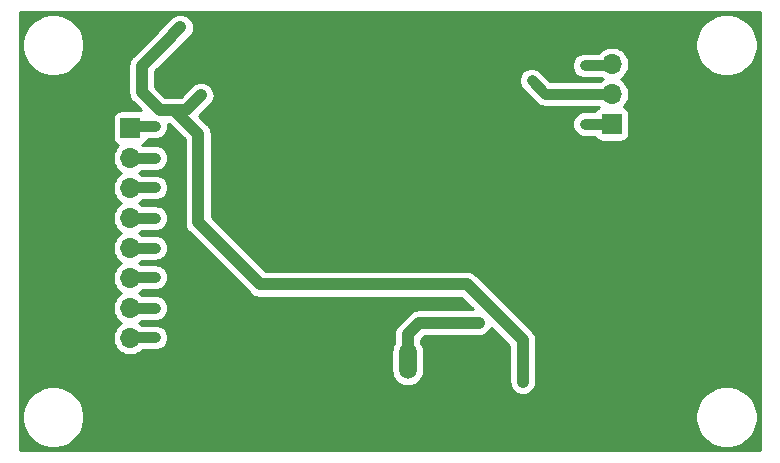
<source format=gbl>
G04 #@! TF.GenerationSoftware,KiCad,Pcbnew,(5.1.7-0-10_14)*
G04 #@! TF.CreationDate,2021-04-09T21:32:17+02:00*
G04 #@! TF.ProjectId,LEDbarPCB,4c454462-6172-4504-9342-2e6b69636164,rev?*
G04 #@! TF.SameCoordinates,Original*
G04 #@! TF.FileFunction,Copper,L2,Bot*
G04 #@! TF.FilePolarity,Positive*
%FSLAX46Y46*%
G04 Gerber Fmt 4.6, Leading zero omitted, Abs format (unit mm)*
G04 Created by KiCad (PCBNEW (5.1.7-0-10_14)) date 2021-04-09 21:32:17*
%MOMM*%
%LPD*%
G01*
G04 APERTURE LIST*
G04 #@! TA.AperFunction,ComponentPad*
%ADD10C,0.300000*%
G04 #@! TD*
G04 #@! TA.AperFunction,ComponentPad*
%ADD11O,1.700000X1.700000*%
G04 #@! TD*
G04 #@! TA.AperFunction,ComponentPad*
%ADD12R,1.700000X1.700000*%
G04 #@! TD*
G04 #@! TA.AperFunction,ComponentPad*
%ADD13O,1.506220X3.014980*%
G04 #@! TD*
G04 #@! TA.AperFunction,ViaPad*
%ADD14C,0.800000*%
G04 #@! TD*
G04 #@! TA.AperFunction,Conductor*
%ADD15C,1.016000*%
G04 #@! TD*
G04 #@! TA.AperFunction,Conductor*
%ADD16C,0.900000*%
G04 #@! TD*
G04 #@! TA.AperFunction,Conductor*
%ADD17C,0.254000*%
G04 #@! TD*
G04 #@! TA.AperFunction,Conductor*
%ADD18C,0.100000*%
G04 #@! TD*
G04 APERTURE END LIST*
D10*
X143284500Y-46825000D03*
X145119500Y-46825000D03*
X142367000Y-47742500D03*
X144202000Y-47742500D03*
X146037000Y-47742500D03*
X143284500Y-48660000D03*
X145119500Y-48660000D03*
X142367000Y-49577500D03*
X144202000Y-49577500D03*
X146037000Y-49577500D03*
X143284500Y-50495000D03*
X145119500Y-50495000D03*
D11*
X163530000Y-42310000D03*
X163530000Y-44850000D03*
X163530000Y-47390000D03*
D12*
X163530000Y-49930000D03*
D13*
X146252480Y-70000000D03*
X149747520Y-70000000D03*
D12*
X122750000Y-50260000D03*
D11*
X122750000Y-52800000D03*
X122750000Y-55340000D03*
X122750000Y-57880000D03*
X122750000Y-60420000D03*
X122750000Y-62960000D03*
X122750000Y-65500000D03*
X122750000Y-68040000D03*
D14*
X152250000Y-66750000D03*
X127000000Y-41750000D03*
X156000000Y-71750000D03*
X128750000Y-47500000D03*
X161270000Y-49930000D03*
X161230000Y-44970000D03*
X156740000Y-46240000D03*
X124900000Y-50100000D03*
X124900000Y-52800000D03*
X124900000Y-55300000D03*
X124900000Y-57900000D03*
X124900000Y-60400000D03*
X124900000Y-62900000D03*
X124900000Y-65500000D03*
X124900000Y-68000000D03*
D15*
X152250000Y-66750000D02*
X147250000Y-66750000D01*
X146252480Y-67747520D02*
X146252480Y-70000000D01*
X147250000Y-66750000D02*
X146252480Y-67747520D01*
X125250000Y-48750000D02*
X123750000Y-47250000D01*
X123750000Y-47250000D02*
X123750000Y-45000000D01*
X123750000Y-45000000D02*
X125635000Y-43115000D01*
X125635000Y-43115000D02*
X127000000Y-41750000D01*
X128750000Y-47500000D02*
X127500000Y-48750000D01*
X127500000Y-48750000D02*
X125250000Y-48750000D01*
D16*
X161270000Y-49930000D02*
X163530000Y-49930000D01*
D15*
X128500000Y-50750000D02*
X126500000Y-48750000D01*
X128500000Y-58250000D02*
X128500000Y-50750000D01*
X133750000Y-63500000D02*
X128500000Y-58250000D01*
X151250000Y-63500000D02*
X133750000Y-63500000D01*
X156000000Y-68250000D02*
X151250000Y-63500000D01*
X156000000Y-71750000D02*
X156000000Y-68250000D01*
D16*
X163410000Y-44970000D02*
X163530000Y-44850000D01*
X161230000Y-44970000D02*
X163410000Y-44970000D01*
X157890000Y-47390000D02*
X156740000Y-46240000D01*
X163530000Y-47390000D02*
X157890000Y-47390000D01*
X122910000Y-50100000D02*
X122750000Y-50260000D01*
X124900000Y-50100000D02*
X122910000Y-50100000D01*
X124900000Y-52800000D02*
X122750000Y-52800000D01*
X122790000Y-55300000D02*
X122750000Y-55340000D01*
X124900000Y-55300000D02*
X122790000Y-55300000D01*
X122770000Y-57900000D02*
X122750000Y-57880000D01*
X124900000Y-57900000D02*
X122770000Y-57900000D01*
X122770000Y-60400000D02*
X122750000Y-60420000D01*
X124900000Y-60400000D02*
X122770000Y-60400000D01*
X122810000Y-62900000D02*
X122750000Y-62960000D01*
X124900000Y-62900000D02*
X122810000Y-62900000D01*
X124900000Y-65500000D02*
X122750000Y-65500000D01*
X122790000Y-68000000D02*
X122750000Y-68040000D01*
X124900000Y-68000000D02*
X122790000Y-68000000D01*
D17*
X176065001Y-77565000D02*
X113435000Y-77565000D01*
X113435000Y-74490475D01*
X113615000Y-74490475D01*
X113615000Y-75009525D01*
X113716261Y-75518601D01*
X113914893Y-75998141D01*
X114203262Y-76429715D01*
X114570285Y-76796738D01*
X115001859Y-77085107D01*
X115481399Y-77283739D01*
X115990475Y-77385000D01*
X116509525Y-77385000D01*
X117018601Y-77283739D01*
X117498141Y-77085107D01*
X117929715Y-76796738D01*
X118296738Y-76429715D01*
X118585107Y-75998141D01*
X118783739Y-75518601D01*
X118885000Y-75009525D01*
X118885000Y-74490475D01*
X170615000Y-74490475D01*
X170615000Y-75009525D01*
X170716261Y-75518601D01*
X170914893Y-75998141D01*
X171203262Y-76429715D01*
X171570285Y-76796738D01*
X172001859Y-77085107D01*
X172481399Y-77283739D01*
X172990475Y-77385000D01*
X173509525Y-77385000D01*
X174018601Y-77283739D01*
X174498141Y-77085107D01*
X174929715Y-76796738D01*
X175296738Y-76429715D01*
X175585107Y-75998141D01*
X175783739Y-75518601D01*
X175885000Y-75009525D01*
X175885000Y-74490475D01*
X175783739Y-73981399D01*
X175585107Y-73501859D01*
X175296738Y-73070285D01*
X174929715Y-72703262D01*
X174498141Y-72414893D01*
X174018601Y-72216261D01*
X173509525Y-72115000D01*
X172990475Y-72115000D01*
X172481399Y-72216261D01*
X172001859Y-72414893D01*
X171570285Y-72703262D01*
X171203262Y-73070285D01*
X170914893Y-73501859D01*
X170716261Y-73981399D01*
X170615000Y-74490475D01*
X118885000Y-74490475D01*
X118783739Y-73981399D01*
X118585107Y-73501859D01*
X118296738Y-73070285D01*
X117929715Y-72703262D01*
X117498141Y-72414893D01*
X117018601Y-72216261D01*
X116509525Y-72115000D01*
X115990475Y-72115000D01*
X115481399Y-72216261D01*
X115001859Y-72414893D01*
X114570285Y-72703262D01*
X114203262Y-73070285D01*
X113914893Y-73501859D01*
X113716261Y-73981399D01*
X113615000Y-74490475D01*
X113435000Y-74490475D01*
X113435000Y-49410000D01*
X121261928Y-49410000D01*
X121261928Y-51110000D01*
X121274188Y-51234482D01*
X121310498Y-51354180D01*
X121369463Y-51464494D01*
X121448815Y-51561185D01*
X121545506Y-51640537D01*
X121655820Y-51699502D01*
X121728380Y-51721513D01*
X121596525Y-51853368D01*
X121434010Y-52096589D01*
X121322068Y-52366842D01*
X121265000Y-52653740D01*
X121265000Y-52946260D01*
X121322068Y-53233158D01*
X121434010Y-53503411D01*
X121596525Y-53746632D01*
X121803368Y-53953475D01*
X121977760Y-54070000D01*
X121803368Y-54186525D01*
X121596525Y-54393368D01*
X121434010Y-54636589D01*
X121322068Y-54906842D01*
X121265000Y-55193740D01*
X121265000Y-55486260D01*
X121322068Y-55773158D01*
X121434010Y-56043411D01*
X121596525Y-56286632D01*
X121803368Y-56493475D01*
X121977760Y-56610000D01*
X121803368Y-56726525D01*
X121596525Y-56933368D01*
X121434010Y-57176589D01*
X121322068Y-57446842D01*
X121265000Y-57733740D01*
X121265000Y-58026260D01*
X121322068Y-58313158D01*
X121434010Y-58583411D01*
X121596525Y-58826632D01*
X121803368Y-59033475D01*
X121977760Y-59150000D01*
X121803368Y-59266525D01*
X121596525Y-59473368D01*
X121434010Y-59716589D01*
X121322068Y-59986842D01*
X121265000Y-60273740D01*
X121265000Y-60566260D01*
X121322068Y-60853158D01*
X121434010Y-61123411D01*
X121596525Y-61366632D01*
X121803368Y-61573475D01*
X121977760Y-61690000D01*
X121803368Y-61806525D01*
X121596525Y-62013368D01*
X121434010Y-62256589D01*
X121322068Y-62526842D01*
X121265000Y-62813740D01*
X121265000Y-63106260D01*
X121322068Y-63393158D01*
X121434010Y-63663411D01*
X121596525Y-63906632D01*
X121803368Y-64113475D01*
X121977760Y-64230000D01*
X121803368Y-64346525D01*
X121596525Y-64553368D01*
X121434010Y-64796589D01*
X121322068Y-65066842D01*
X121265000Y-65353740D01*
X121265000Y-65646260D01*
X121322068Y-65933158D01*
X121434010Y-66203411D01*
X121596525Y-66446632D01*
X121803368Y-66653475D01*
X121977760Y-66770000D01*
X121803368Y-66886525D01*
X121596525Y-67093368D01*
X121434010Y-67336589D01*
X121322068Y-67606842D01*
X121265000Y-67893740D01*
X121265000Y-68186260D01*
X121322068Y-68473158D01*
X121434010Y-68743411D01*
X121596525Y-68986632D01*
X121803368Y-69193475D01*
X122046589Y-69355990D01*
X122316842Y-69467932D01*
X122603740Y-69525000D01*
X122896260Y-69525000D01*
X123183158Y-69467932D01*
X123453411Y-69355990D01*
X123696632Y-69193475D01*
X123805107Y-69085000D01*
X124953294Y-69085000D01*
X125112697Y-69069300D01*
X125317220Y-69007259D01*
X125505710Y-68906509D01*
X125670922Y-68770922D01*
X125806509Y-68605710D01*
X125907259Y-68417220D01*
X125969300Y-68212697D01*
X125990249Y-68000000D01*
X125969300Y-67787303D01*
X125907259Y-67582780D01*
X125806509Y-67394290D01*
X125670922Y-67229078D01*
X125505710Y-67093491D01*
X125317220Y-66992741D01*
X125112697Y-66930700D01*
X124953294Y-66915000D01*
X123725107Y-66915000D01*
X123696632Y-66886525D01*
X123522240Y-66770000D01*
X123696632Y-66653475D01*
X123765107Y-66585000D01*
X124953294Y-66585000D01*
X125112697Y-66569300D01*
X125317220Y-66507259D01*
X125505710Y-66406509D01*
X125670922Y-66270922D01*
X125806509Y-66105710D01*
X125907259Y-65917220D01*
X125969300Y-65712697D01*
X125990249Y-65500000D01*
X125969300Y-65287303D01*
X125907259Y-65082780D01*
X125806509Y-64894290D01*
X125670922Y-64729078D01*
X125505710Y-64593491D01*
X125317220Y-64492741D01*
X125112697Y-64430700D01*
X124953294Y-64415000D01*
X123765107Y-64415000D01*
X123696632Y-64346525D01*
X123522240Y-64230000D01*
X123696632Y-64113475D01*
X123825107Y-63985000D01*
X124953294Y-63985000D01*
X125112697Y-63969300D01*
X125317220Y-63907259D01*
X125505710Y-63806509D01*
X125670922Y-63670922D01*
X125806509Y-63505710D01*
X125907259Y-63317220D01*
X125969300Y-63112697D01*
X125990249Y-62900000D01*
X125969300Y-62687303D01*
X125907259Y-62482780D01*
X125806509Y-62294290D01*
X125670922Y-62129078D01*
X125505710Y-61993491D01*
X125317220Y-61892741D01*
X125112697Y-61830700D01*
X124953294Y-61815000D01*
X123705107Y-61815000D01*
X123696632Y-61806525D01*
X123522240Y-61690000D01*
X123696632Y-61573475D01*
X123785107Y-61485000D01*
X124953294Y-61485000D01*
X125112697Y-61469300D01*
X125317220Y-61407259D01*
X125505710Y-61306509D01*
X125670922Y-61170922D01*
X125806509Y-61005710D01*
X125907259Y-60817220D01*
X125969300Y-60612697D01*
X125990249Y-60400000D01*
X125969300Y-60187303D01*
X125907259Y-59982780D01*
X125806509Y-59794290D01*
X125670922Y-59629078D01*
X125505710Y-59493491D01*
X125317220Y-59392741D01*
X125112697Y-59330700D01*
X124953294Y-59315000D01*
X123745107Y-59315000D01*
X123696632Y-59266525D01*
X123522240Y-59150000D01*
X123696632Y-59033475D01*
X123745107Y-58985000D01*
X124953294Y-58985000D01*
X125112697Y-58969300D01*
X125317220Y-58907259D01*
X125505710Y-58806509D01*
X125670922Y-58670922D01*
X125806509Y-58505710D01*
X125907259Y-58317220D01*
X125969300Y-58112697D01*
X125990249Y-57900000D01*
X125969300Y-57687303D01*
X125907259Y-57482780D01*
X125806509Y-57294290D01*
X125670922Y-57129078D01*
X125505710Y-56993491D01*
X125317220Y-56892741D01*
X125112697Y-56830700D01*
X124953294Y-56815000D01*
X123785107Y-56815000D01*
X123696632Y-56726525D01*
X123522240Y-56610000D01*
X123696632Y-56493475D01*
X123805107Y-56385000D01*
X124953294Y-56385000D01*
X125112697Y-56369300D01*
X125317220Y-56307259D01*
X125505710Y-56206509D01*
X125670922Y-56070922D01*
X125806509Y-55905710D01*
X125907259Y-55717220D01*
X125969300Y-55512697D01*
X125990249Y-55300000D01*
X125969300Y-55087303D01*
X125907259Y-54882780D01*
X125806509Y-54694290D01*
X125670922Y-54529078D01*
X125505710Y-54393491D01*
X125317220Y-54292741D01*
X125112697Y-54230700D01*
X124953294Y-54215000D01*
X123725107Y-54215000D01*
X123696632Y-54186525D01*
X123522240Y-54070000D01*
X123696632Y-53953475D01*
X123765107Y-53885000D01*
X124953294Y-53885000D01*
X125112697Y-53869300D01*
X125317220Y-53807259D01*
X125505710Y-53706509D01*
X125670922Y-53570922D01*
X125806509Y-53405710D01*
X125907259Y-53217220D01*
X125969300Y-53012697D01*
X125990249Y-52800000D01*
X125969300Y-52587303D01*
X125907259Y-52382780D01*
X125806509Y-52194290D01*
X125670922Y-52029078D01*
X125505710Y-51893491D01*
X125317220Y-51792741D01*
X125112697Y-51730700D01*
X124953294Y-51715000D01*
X123793090Y-51715000D01*
X123844180Y-51699502D01*
X123954494Y-51640537D01*
X124051185Y-51561185D01*
X124130537Y-51464494D01*
X124189502Y-51354180D01*
X124225812Y-51234482D01*
X124230685Y-51185000D01*
X124953294Y-51185000D01*
X125112697Y-51169300D01*
X125317220Y-51107259D01*
X125505710Y-51006509D01*
X125670922Y-50870922D01*
X125806509Y-50705710D01*
X125907259Y-50517220D01*
X125969300Y-50312697D01*
X125990249Y-50100000D01*
X125969861Y-49893000D01*
X126026555Y-49893000D01*
X127357001Y-51223447D01*
X127357000Y-58193861D01*
X127351471Y-58250000D01*
X127357000Y-58306139D01*
X127357000Y-58306145D01*
X127373539Y-58474066D01*
X127438897Y-58689522D01*
X127545032Y-58888088D01*
X127687867Y-59062133D01*
X127731482Y-59097927D01*
X132902075Y-64268521D01*
X132937867Y-64312133D01*
X133111911Y-64454968D01*
X133310477Y-64561103D01*
X133417246Y-64593491D01*
X133525932Y-64626461D01*
X133548600Y-64628694D01*
X133693854Y-64643000D01*
X133693860Y-64643000D01*
X133749999Y-64648529D01*
X133806138Y-64643000D01*
X150776555Y-64643000D01*
X151740555Y-65607000D01*
X147306138Y-65607000D01*
X147249999Y-65601471D01*
X147193860Y-65607000D01*
X147193854Y-65607000D01*
X147048600Y-65621306D01*
X147025932Y-65623539D01*
X146960574Y-65643365D01*
X146810477Y-65688897D01*
X146611911Y-65795032D01*
X146611909Y-65795033D01*
X146611910Y-65795033D01*
X146481477Y-65902076D01*
X146481471Y-65902082D01*
X146437867Y-65937867D01*
X146402081Y-65981472D01*
X145483962Y-66899593D01*
X145440347Y-66935387D01*
X145297512Y-67109432D01*
X145191377Y-67307998D01*
X145126019Y-67523454D01*
X145109480Y-67691375D01*
X145109480Y-67691381D01*
X145103951Y-67747520D01*
X145109480Y-67803659D01*
X145109480Y-68450281D01*
X145092726Y-68470696D01*
X144963830Y-68711843D01*
X144884455Y-68973503D01*
X144864370Y-69177431D01*
X144864370Y-70822568D01*
X144884455Y-71026496D01*
X144963829Y-71288156D01*
X145092725Y-71529303D01*
X145266189Y-71740670D01*
X145477556Y-71914135D01*
X145718703Y-72043031D01*
X145980363Y-72122405D01*
X146252480Y-72149206D01*
X146524596Y-72122405D01*
X146786256Y-72043031D01*
X147027403Y-71914135D01*
X147238770Y-71740671D01*
X147412235Y-71529304D01*
X147541131Y-71288157D01*
X147620505Y-71026497D01*
X147640590Y-70822569D01*
X147640590Y-69177431D01*
X147620505Y-68973503D01*
X147541131Y-68711843D01*
X147412235Y-68470696D01*
X147395480Y-68450280D01*
X147395480Y-68220966D01*
X147723446Y-67893000D01*
X152306146Y-67893000D01*
X152474067Y-67876461D01*
X152689523Y-67811103D01*
X152888089Y-67704968D01*
X153062133Y-67562133D01*
X153204968Y-67388089D01*
X153311103Y-67189523D01*
X153313890Y-67180336D01*
X154857001Y-68723447D01*
X154857000Y-71806145D01*
X154873539Y-71974066D01*
X154938897Y-72189522D01*
X155045032Y-72388088D01*
X155187867Y-72562133D01*
X155361911Y-72704968D01*
X155560477Y-72811103D01*
X155775933Y-72876461D01*
X156000000Y-72898530D01*
X156224066Y-72876461D01*
X156439522Y-72811103D01*
X156638088Y-72704968D01*
X156812133Y-72562133D01*
X156954968Y-72388089D01*
X157061103Y-72189523D01*
X157126461Y-71974067D01*
X157143000Y-71806146D01*
X157143000Y-68306138D01*
X157148529Y-68249999D01*
X157143000Y-68193860D01*
X157143000Y-68193854D01*
X157128694Y-68048600D01*
X157126461Y-68025932D01*
X157087671Y-67898061D01*
X157061103Y-67810477D01*
X156954968Y-67611911D01*
X156812133Y-67437867D01*
X156768523Y-67402077D01*
X152097927Y-62731482D01*
X152062133Y-62687867D01*
X151888089Y-62545032D01*
X151689523Y-62438897D01*
X151474067Y-62373539D01*
X151306146Y-62357000D01*
X151306139Y-62357000D01*
X151250000Y-62351471D01*
X151193861Y-62357000D01*
X134223446Y-62357000D01*
X129643000Y-57776555D01*
X129643000Y-50806138D01*
X129648529Y-50749999D01*
X129643000Y-50693860D01*
X129643000Y-50693854D01*
X129626461Y-50525933D01*
X129561103Y-50310477D01*
X129454968Y-50111911D01*
X129312133Y-49937867D01*
X129268523Y-49902077D01*
X128616445Y-49250000D01*
X129597924Y-48268522D01*
X129704967Y-48138089D01*
X129811102Y-47939524D01*
X129876461Y-47724068D01*
X129898529Y-47500000D01*
X129876461Y-47275933D01*
X129811102Y-47060477D01*
X129704967Y-46861912D01*
X129562133Y-46687867D01*
X129388088Y-46545033D01*
X129189523Y-46438898D01*
X128974067Y-46373539D01*
X128750000Y-46351471D01*
X128525932Y-46373539D01*
X128310476Y-46438898D01*
X128111911Y-46545033D01*
X127981478Y-46652076D01*
X127026555Y-47607000D01*
X126556139Y-47607000D01*
X126500000Y-47601471D01*
X126443861Y-47607000D01*
X125723447Y-47607000D01*
X124893000Y-46776555D01*
X124893000Y-46240000D01*
X155649752Y-46240000D01*
X155670700Y-46452697D01*
X155732742Y-46657220D01*
X155833492Y-46845709D01*
X155935105Y-46969526D01*
X157085109Y-48119531D01*
X157119078Y-48160922D01*
X157160469Y-48194891D01*
X157160473Y-48194895D01*
X157284290Y-48296509D01*
X157472779Y-48397259D01*
X157620035Y-48441928D01*
X157677303Y-48459300D01*
X157836706Y-48475000D01*
X157836714Y-48475000D01*
X157890000Y-48480248D01*
X157943286Y-48475000D01*
X162486910Y-48475000D01*
X162435820Y-48490498D01*
X162325506Y-48549463D01*
X162228815Y-48628815D01*
X162149463Y-48725506D01*
X162090498Y-48835820D01*
X162087713Y-48845000D01*
X161216706Y-48845000D01*
X161057303Y-48860700D01*
X160852780Y-48922741D01*
X160664290Y-49023491D01*
X160499078Y-49159078D01*
X160363491Y-49324290D01*
X160262741Y-49512780D01*
X160200700Y-49717303D01*
X160179751Y-49930000D01*
X160200700Y-50142697D01*
X160262741Y-50347220D01*
X160363491Y-50535710D01*
X160499078Y-50700922D01*
X160664290Y-50836509D01*
X160852780Y-50937259D01*
X161057303Y-50999300D01*
X161216706Y-51015000D01*
X162087713Y-51015000D01*
X162090498Y-51024180D01*
X162149463Y-51134494D01*
X162228815Y-51231185D01*
X162325506Y-51310537D01*
X162435820Y-51369502D01*
X162555518Y-51405812D01*
X162680000Y-51418072D01*
X164380000Y-51418072D01*
X164504482Y-51405812D01*
X164624180Y-51369502D01*
X164734494Y-51310537D01*
X164831185Y-51231185D01*
X164910537Y-51134494D01*
X164969502Y-51024180D01*
X165005812Y-50904482D01*
X165018072Y-50780000D01*
X165018072Y-49080000D01*
X165005812Y-48955518D01*
X164969502Y-48835820D01*
X164910537Y-48725506D01*
X164831185Y-48628815D01*
X164734494Y-48549463D01*
X164624180Y-48490498D01*
X164551620Y-48468487D01*
X164683475Y-48336632D01*
X164845990Y-48093411D01*
X164957932Y-47823158D01*
X165015000Y-47536260D01*
X165015000Y-47243740D01*
X164957932Y-46956842D01*
X164845990Y-46686589D01*
X164683475Y-46443368D01*
X164476632Y-46236525D01*
X164302240Y-46120000D01*
X164476632Y-46003475D01*
X164683475Y-45796632D01*
X164845990Y-45553411D01*
X164957932Y-45283158D01*
X165015000Y-44996260D01*
X165015000Y-44703740D01*
X164957932Y-44416842D01*
X164845990Y-44146589D01*
X164683475Y-43903368D01*
X164476632Y-43696525D01*
X164233411Y-43534010D01*
X163963158Y-43422068D01*
X163676260Y-43365000D01*
X163383740Y-43365000D01*
X163096842Y-43422068D01*
X162826589Y-43534010D01*
X162583368Y-43696525D01*
X162394893Y-43885000D01*
X161176706Y-43885000D01*
X161017303Y-43900700D01*
X160812780Y-43962741D01*
X160624290Y-44063491D01*
X160459078Y-44199078D01*
X160323491Y-44364290D01*
X160222741Y-44552780D01*
X160160700Y-44757303D01*
X160139751Y-44970000D01*
X160160700Y-45182697D01*
X160222741Y-45387220D01*
X160323491Y-45575710D01*
X160459078Y-45740922D01*
X160624290Y-45876509D01*
X160812780Y-45977259D01*
X161017303Y-46039300D01*
X161176706Y-46055000D01*
X162660481Y-46055000D01*
X162757760Y-46120000D01*
X162583368Y-46236525D01*
X162514893Y-46305000D01*
X158339422Y-46305000D01*
X157469526Y-45435105D01*
X157345709Y-45333492D01*
X157157220Y-45232742D01*
X156952697Y-45170700D01*
X156740000Y-45149752D01*
X156527303Y-45170700D01*
X156322780Y-45232742D01*
X156134291Y-45333492D01*
X155969078Y-45469078D01*
X155833492Y-45634291D01*
X155732742Y-45822780D01*
X155670700Y-46027303D01*
X155649752Y-46240000D01*
X124893000Y-46240000D01*
X124893000Y-45473445D01*
X126482924Y-43883522D01*
X126482928Y-43883517D01*
X127375970Y-42990475D01*
X170615000Y-42990475D01*
X170615000Y-43509525D01*
X170716261Y-44018601D01*
X170914893Y-44498141D01*
X171203262Y-44929715D01*
X171570285Y-45296738D01*
X172001859Y-45585107D01*
X172481399Y-45783739D01*
X172990475Y-45885000D01*
X173509525Y-45885000D01*
X174018601Y-45783739D01*
X174498141Y-45585107D01*
X174929715Y-45296738D01*
X175296738Y-44929715D01*
X175585107Y-44498141D01*
X175783739Y-44018601D01*
X175885000Y-43509525D01*
X175885000Y-42990475D01*
X175783739Y-42481399D01*
X175585107Y-42001859D01*
X175296738Y-41570285D01*
X174929715Y-41203262D01*
X174498141Y-40914893D01*
X174018601Y-40716261D01*
X173509525Y-40615000D01*
X172990475Y-40615000D01*
X172481399Y-40716261D01*
X172001859Y-40914893D01*
X171570285Y-41203262D01*
X171203262Y-41570285D01*
X170914893Y-42001859D01*
X170716261Y-42481399D01*
X170615000Y-42990475D01*
X127375970Y-42990475D01*
X127847924Y-42518522D01*
X127954967Y-42388089D01*
X128061103Y-42189524D01*
X128126461Y-41974067D01*
X128148529Y-41750000D01*
X128126461Y-41525933D01*
X128061103Y-41310477D01*
X127954967Y-41111911D01*
X127812133Y-40937867D01*
X127638089Y-40795033D01*
X127439523Y-40688897D01*
X127224067Y-40623539D01*
X127000000Y-40601471D01*
X126775933Y-40623539D01*
X126560476Y-40688897D01*
X126361911Y-40795033D01*
X126231478Y-40902076D01*
X124866483Y-42267072D01*
X124866478Y-42267076D01*
X122981478Y-44152077D01*
X122937868Y-44187867D01*
X122902078Y-44231477D01*
X122902076Y-44231479D01*
X122875773Y-44263529D01*
X122795033Y-44361911D01*
X122722217Y-44498141D01*
X122688898Y-44560477D01*
X122623539Y-44775933D01*
X122601471Y-45000000D01*
X122607001Y-45056148D01*
X122607000Y-47193861D01*
X122601471Y-47250000D01*
X122607000Y-47306139D01*
X122607000Y-47306145D01*
X122623539Y-47474066D01*
X122688897Y-47689522D01*
X122795032Y-47888088D01*
X122937867Y-48062133D01*
X122981482Y-48097927D01*
X123661543Y-48777989D01*
X123600000Y-48771928D01*
X121900000Y-48771928D01*
X121775518Y-48784188D01*
X121655820Y-48820498D01*
X121545506Y-48879463D01*
X121448815Y-48958815D01*
X121369463Y-49055506D01*
X121310498Y-49165820D01*
X121274188Y-49285518D01*
X121261928Y-49410000D01*
X113435000Y-49410000D01*
X113435000Y-42990475D01*
X113615000Y-42990475D01*
X113615000Y-43509525D01*
X113716261Y-44018601D01*
X113914893Y-44498141D01*
X114203262Y-44929715D01*
X114570285Y-45296738D01*
X115001859Y-45585107D01*
X115481399Y-45783739D01*
X115990475Y-45885000D01*
X116509525Y-45885000D01*
X117018601Y-45783739D01*
X117498141Y-45585107D01*
X117929715Y-45296738D01*
X118296738Y-44929715D01*
X118585107Y-44498141D01*
X118783739Y-44018601D01*
X118885000Y-43509525D01*
X118885000Y-42990475D01*
X118783739Y-42481399D01*
X118585107Y-42001859D01*
X118296738Y-41570285D01*
X117929715Y-41203262D01*
X117498141Y-40914893D01*
X117018601Y-40716261D01*
X116509525Y-40615000D01*
X115990475Y-40615000D01*
X115481399Y-40716261D01*
X115001859Y-40914893D01*
X114570285Y-41203262D01*
X114203262Y-41570285D01*
X113914893Y-42001859D01*
X113716261Y-42481399D01*
X113615000Y-42990475D01*
X113435000Y-42990475D01*
X113435000Y-40435000D01*
X176065000Y-40435000D01*
X176065001Y-77565000D01*
G04 #@! TA.AperFunction,Conductor*
D18*
G36*
X176065001Y-77565000D02*
G01*
X113435000Y-77565000D01*
X113435000Y-74490475D01*
X113615000Y-74490475D01*
X113615000Y-75009525D01*
X113716261Y-75518601D01*
X113914893Y-75998141D01*
X114203262Y-76429715D01*
X114570285Y-76796738D01*
X115001859Y-77085107D01*
X115481399Y-77283739D01*
X115990475Y-77385000D01*
X116509525Y-77385000D01*
X117018601Y-77283739D01*
X117498141Y-77085107D01*
X117929715Y-76796738D01*
X118296738Y-76429715D01*
X118585107Y-75998141D01*
X118783739Y-75518601D01*
X118885000Y-75009525D01*
X118885000Y-74490475D01*
X170615000Y-74490475D01*
X170615000Y-75009525D01*
X170716261Y-75518601D01*
X170914893Y-75998141D01*
X171203262Y-76429715D01*
X171570285Y-76796738D01*
X172001859Y-77085107D01*
X172481399Y-77283739D01*
X172990475Y-77385000D01*
X173509525Y-77385000D01*
X174018601Y-77283739D01*
X174498141Y-77085107D01*
X174929715Y-76796738D01*
X175296738Y-76429715D01*
X175585107Y-75998141D01*
X175783739Y-75518601D01*
X175885000Y-75009525D01*
X175885000Y-74490475D01*
X175783739Y-73981399D01*
X175585107Y-73501859D01*
X175296738Y-73070285D01*
X174929715Y-72703262D01*
X174498141Y-72414893D01*
X174018601Y-72216261D01*
X173509525Y-72115000D01*
X172990475Y-72115000D01*
X172481399Y-72216261D01*
X172001859Y-72414893D01*
X171570285Y-72703262D01*
X171203262Y-73070285D01*
X170914893Y-73501859D01*
X170716261Y-73981399D01*
X170615000Y-74490475D01*
X118885000Y-74490475D01*
X118783739Y-73981399D01*
X118585107Y-73501859D01*
X118296738Y-73070285D01*
X117929715Y-72703262D01*
X117498141Y-72414893D01*
X117018601Y-72216261D01*
X116509525Y-72115000D01*
X115990475Y-72115000D01*
X115481399Y-72216261D01*
X115001859Y-72414893D01*
X114570285Y-72703262D01*
X114203262Y-73070285D01*
X113914893Y-73501859D01*
X113716261Y-73981399D01*
X113615000Y-74490475D01*
X113435000Y-74490475D01*
X113435000Y-49410000D01*
X121261928Y-49410000D01*
X121261928Y-51110000D01*
X121274188Y-51234482D01*
X121310498Y-51354180D01*
X121369463Y-51464494D01*
X121448815Y-51561185D01*
X121545506Y-51640537D01*
X121655820Y-51699502D01*
X121728380Y-51721513D01*
X121596525Y-51853368D01*
X121434010Y-52096589D01*
X121322068Y-52366842D01*
X121265000Y-52653740D01*
X121265000Y-52946260D01*
X121322068Y-53233158D01*
X121434010Y-53503411D01*
X121596525Y-53746632D01*
X121803368Y-53953475D01*
X121977760Y-54070000D01*
X121803368Y-54186525D01*
X121596525Y-54393368D01*
X121434010Y-54636589D01*
X121322068Y-54906842D01*
X121265000Y-55193740D01*
X121265000Y-55486260D01*
X121322068Y-55773158D01*
X121434010Y-56043411D01*
X121596525Y-56286632D01*
X121803368Y-56493475D01*
X121977760Y-56610000D01*
X121803368Y-56726525D01*
X121596525Y-56933368D01*
X121434010Y-57176589D01*
X121322068Y-57446842D01*
X121265000Y-57733740D01*
X121265000Y-58026260D01*
X121322068Y-58313158D01*
X121434010Y-58583411D01*
X121596525Y-58826632D01*
X121803368Y-59033475D01*
X121977760Y-59150000D01*
X121803368Y-59266525D01*
X121596525Y-59473368D01*
X121434010Y-59716589D01*
X121322068Y-59986842D01*
X121265000Y-60273740D01*
X121265000Y-60566260D01*
X121322068Y-60853158D01*
X121434010Y-61123411D01*
X121596525Y-61366632D01*
X121803368Y-61573475D01*
X121977760Y-61690000D01*
X121803368Y-61806525D01*
X121596525Y-62013368D01*
X121434010Y-62256589D01*
X121322068Y-62526842D01*
X121265000Y-62813740D01*
X121265000Y-63106260D01*
X121322068Y-63393158D01*
X121434010Y-63663411D01*
X121596525Y-63906632D01*
X121803368Y-64113475D01*
X121977760Y-64230000D01*
X121803368Y-64346525D01*
X121596525Y-64553368D01*
X121434010Y-64796589D01*
X121322068Y-65066842D01*
X121265000Y-65353740D01*
X121265000Y-65646260D01*
X121322068Y-65933158D01*
X121434010Y-66203411D01*
X121596525Y-66446632D01*
X121803368Y-66653475D01*
X121977760Y-66770000D01*
X121803368Y-66886525D01*
X121596525Y-67093368D01*
X121434010Y-67336589D01*
X121322068Y-67606842D01*
X121265000Y-67893740D01*
X121265000Y-68186260D01*
X121322068Y-68473158D01*
X121434010Y-68743411D01*
X121596525Y-68986632D01*
X121803368Y-69193475D01*
X122046589Y-69355990D01*
X122316842Y-69467932D01*
X122603740Y-69525000D01*
X122896260Y-69525000D01*
X123183158Y-69467932D01*
X123453411Y-69355990D01*
X123696632Y-69193475D01*
X123805107Y-69085000D01*
X124953294Y-69085000D01*
X125112697Y-69069300D01*
X125317220Y-69007259D01*
X125505710Y-68906509D01*
X125670922Y-68770922D01*
X125806509Y-68605710D01*
X125907259Y-68417220D01*
X125969300Y-68212697D01*
X125990249Y-68000000D01*
X125969300Y-67787303D01*
X125907259Y-67582780D01*
X125806509Y-67394290D01*
X125670922Y-67229078D01*
X125505710Y-67093491D01*
X125317220Y-66992741D01*
X125112697Y-66930700D01*
X124953294Y-66915000D01*
X123725107Y-66915000D01*
X123696632Y-66886525D01*
X123522240Y-66770000D01*
X123696632Y-66653475D01*
X123765107Y-66585000D01*
X124953294Y-66585000D01*
X125112697Y-66569300D01*
X125317220Y-66507259D01*
X125505710Y-66406509D01*
X125670922Y-66270922D01*
X125806509Y-66105710D01*
X125907259Y-65917220D01*
X125969300Y-65712697D01*
X125990249Y-65500000D01*
X125969300Y-65287303D01*
X125907259Y-65082780D01*
X125806509Y-64894290D01*
X125670922Y-64729078D01*
X125505710Y-64593491D01*
X125317220Y-64492741D01*
X125112697Y-64430700D01*
X124953294Y-64415000D01*
X123765107Y-64415000D01*
X123696632Y-64346525D01*
X123522240Y-64230000D01*
X123696632Y-64113475D01*
X123825107Y-63985000D01*
X124953294Y-63985000D01*
X125112697Y-63969300D01*
X125317220Y-63907259D01*
X125505710Y-63806509D01*
X125670922Y-63670922D01*
X125806509Y-63505710D01*
X125907259Y-63317220D01*
X125969300Y-63112697D01*
X125990249Y-62900000D01*
X125969300Y-62687303D01*
X125907259Y-62482780D01*
X125806509Y-62294290D01*
X125670922Y-62129078D01*
X125505710Y-61993491D01*
X125317220Y-61892741D01*
X125112697Y-61830700D01*
X124953294Y-61815000D01*
X123705107Y-61815000D01*
X123696632Y-61806525D01*
X123522240Y-61690000D01*
X123696632Y-61573475D01*
X123785107Y-61485000D01*
X124953294Y-61485000D01*
X125112697Y-61469300D01*
X125317220Y-61407259D01*
X125505710Y-61306509D01*
X125670922Y-61170922D01*
X125806509Y-61005710D01*
X125907259Y-60817220D01*
X125969300Y-60612697D01*
X125990249Y-60400000D01*
X125969300Y-60187303D01*
X125907259Y-59982780D01*
X125806509Y-59794290D01*
X125670922Y-59629078D01*
X125505710Y-59493491D01*
X125317220Y-59392741D01*
X125112697Y-59330700D01*
X124953294Y-59315000D01*
X123745107Y-59315000D01*
X123696632Y-59266525D01*
X123522240Y-59150000D01*
X123696632Y-59033475D01*
X123745107Y-58985000D01*
X124953294Y-58985000D01*
X125112697Y-58969300D01*
X125317220Y-58907259D01*
X125505710Y-58806509D01*
X125670922Y-58670922D01*
X125806509Y-58505710D01*
X125907259Y-58317220D01*
X125969300Y-58112697D01*
X125990249Y-57900000D01*
X125969300Y-57687303D01*
X125907259Y-57482780D01*
X125806509Y-57294290D01*
X125670922Y-57129078D01*
X125505710Y-56993491D01*
X125317220Y-56892741D01*
X125112697Y-56830700D01*
X124953294Y-56815000D01*
X123785107Y-56815000D01*
X123696632Y-56726525D01*
X123522240Y-56610000D01*
X123696632Y-56493475D01*
X123805107Y-56385000D01*
X124953294Y-56385000D01*
X125112697Y-56369300D01*
X125317220Y-56307259D01*
X125505710Y-56206509D01*
X125670922Y-56070922D01*
X125806509Y-55905710D01*
X125907259Y-55717220D01*
X125969300Y-55512697D01*
X125990249Y-55300000D01*
X125969300Y-55087303D01*
X125907259Y-54882780D01*
X125806509Y-54694290D01*
X125670922Y-54529078D01*
X125505710Y-54393491D01*
X125317220Y-54292741D01*
X125112697Y-54230700D01*
X124953294Y-54215000D01*
X123725107Y-54215000D01*
X123696632Y-54186525D01*
X123522240Y-54070000D01*
X123696632Y-53953475D01*
X123765107Y-53885000D01*
X124953294Y-53885000D01*
X125112697Y-53869300D01*
X125317220Y-53807259D01*
X125505710Y-53706509D01*
X125670922Y-53570922D01*
X125806509Y-53405710D01*
X125907259Y-53217220D01*
X125969300Y-53012697D01*
X125990249Y-52800000D01*
X125969300Y-52587303D01*
X125907259Y-52382780D01*
X125806509Y-52194290D01*
X125670922Y-52029078D01*
X125505710Y-51893491D01*
X125317220Y-51792741D01*
X125112697Y-51730700D01*
X124953294Y-51715000D01*
X123793090Y-51715000D01*
X123844180Y-51699502D01*
X123954494Y-51640537D01*
X124051185Y-51561185D01*
X124130537Y-51464494D01*
X124189502Y-51354180D01*
X124225812Y-51234482D01*
X124230685Y-51185000D01*
X124953294Y-51185000D01*
X125112697Y-51169300D01*
X125317220Y-51107259D01*
X125505710Y-51006509D01*
X125670922Y-50870922D01*
X125806509Y-50705710D01*
X125907259Y-50517220D01*
X125969300Y-50312697D01*
X125990249Y-50100000D01*
X125969861Y-49893000D01*
X126026555Y-49893000D01*
X127357001Y-51223447D01*
X127357000Y-58193861D01*
X127351471Y-58250000D01*
X127357000Y-58306139D01*
X127357000Y-58306145D01*
X127373539Y-58474066D01*
X127438897Y-58689522D01*
X127545032Y-58888088D01*
X127687867Y-59062133D01*
X127731482Y-59097927D01*
X132902075Y-64268521D01*
X132937867Y-64312133D01*
X133111911Y-64454968D01*
X133310477Y-64561103D01*
X133417246Y-64593491D01*
X133525932Y-64626461D01*
X133548600Y-64628694D01*
X133693854Y-64643000D01*
X133693860Y-64643000D01*
X133749999Y-64648529D01*
X133806138Y-64643000D01*
X150776555Y-64643000D01*
X151740555Y-65607000D01*
X147306138Y-65607000D01*
X147249999Y-65601471D01*
X147193860Y-65607000D01*
X147193854Y-65607000D01*
X147048600Y-65621306D01*
X147025932Y-65623539D01*
X146960574Y-65643365D01*
X146810477Y-65688897D01*
X146611911Y-65795032D01*
X146611909Y-65795033D01*
X146611910Y-65795033D01*
X146481477Y-65902076D01*
X146481471Y-65902082D01*
X146437867Y-65937867D01*
X146402081Y-65981472D01*
X145483962Y-66899593D01*
X145440347Y-66935387D01*
X145297512Y-67109432D01*
X145191377Y-67307998D01*
X145126019Y-67523454D01*
X145109480Y-67691375D01*
X145109480Y-67691381D01*
X145103951Y-67747520D01*
X145109480Y-67803659D01*
X145109480Y-68450281D01*
X145092726Y-68470696D01*
X144963830Y-68711843D01*
X144884455Y-68973503D01*
X144864370Y-69177431D01*
X144864370Y-70822568D01*
X144884455Y-71026496D01*
X144963829Y-71288156D01*
X145092725Y-71529303D01*
X145266189Y-71740670D01*
X145477556Y-71914135D01*
X145718703Y-72043031D01*
X145980363Y-72122405D01*
X146252480Y-72149206D01*
X146524596Y-72122405D01*
X146786256Y-72043031D01*
X147027403Y-71914135D01*
X147238770Y-71740671D01*
X147412235Y-71529304D01*
X147541131Y-71288157D01*
X147620505Y-71026497D01*
X147640590Y-70822569D01*
X147640590Y-69177431D01*
X147620505Y-68973503D01*
X147541131Y-68711843D01*
X147412235Y-68470696D01*
X147395480Y-68450280D01*
X147395480Y-68220966D01*
X147723446Y-67893000D01*
X152306146Y-67893000D01*
X152474067Y-67876461D01*
X152689523Y-67811103D01*
X152888089Y-67704968D01*
X153062133Y-67562133D01*
X153204968Y-67388089D01*
X153311103Y-67189523D01*
X153313890Y-67180336D01*
X154857001Y-68723447D01*
X154857000Y-71806145D01*
X154873539Y-71974066D01*
X154938897Y-72189522D01*
X155045032Y-72388088D01*
X155187867Y-72562133D01*
X155361911Y-72704968D01*
X155560477Y-72811103D01*
X155775933Y-72876461D01*
X156000000Y-72898530D01*
X156224066Y-72876461D01*
X156439522Y-72811103D01*
X156638088Y-72704968D01*
X156812133Y-72562133D01*
X156954968Y-72388089D01*
X157061103Y-72189523D01*
X157126461Y-71974067D01*
X157143000Y-71806146D01*
X157143000Y-68306138D01*
X157148529Y-68249999D01*
X157143000Y-68193860D01*
X157143000Y-68193854D01*
X157128694Y-68048600D01*
X157126461Y-68025932D01*
X157087671Y-67898061D01*
X157061103Y-67810477D01*
X156954968Y-67611911D01*
X156812133Y-67437867D01*
X156768523Y-67402077D01*
X152097927Y-62731482D01*
X152062133Y-62687867D01*
X151888089Y-62545032D01*
X151689523Y-62438897D01*
X151474067Y-62373539D01*
X151306146Y-62357000D01*
X151306139Y-62357000D01*
X151250000Y-62351471D01*
X151193861Y-62357000D01*
X134223446Y-62357000D01*
X129643000Y-57776555D01*
X129643000Y-50806138D01*
X129648529Y-50749999D01*
X129643000Y-50693860D01*
X129643000Y-50693854D01*
X129626461Y-50525933D01*
X129561103Y-50310477D01*
X129454968Y-50111911D01*
X129312133Y-49937867D01*
X129268523Y-49902077D01*
X128616445Y-49250000D01*
X129597924Y-48268522D01*
X129704967Y-48138089D01*
X129811102Y-47939524D01*
X129876461Y-47724068D01*
X129898529Y-47500000D01*
X129876461Y-47275933D01*
X129811102Y-47060477D01*
X129704967Y-46861912D01*
X129562133Y-46687867D01*
X129388088Y-46545033D01*
X129189523Y-46438898D01*
X128974067Y-46373539D01*
X128750000Y-46351471D01*
X128525932Y-46373539D01*
X128310476Y-46438898D01*
X128111911Y-46545033D01*
X127981478Y-46652076D01*
X127026555Y-47607000D01*
X126556139Y-47607000D01*
X126500000Y-47601471D01*
X126443861Y-47607000D01*
X125723447Y-47607000D01*
X124893000Y-46776555D01*
X124893000Y-46240000D01*
X155649752Y-46240000D01*
X155670700Y-46452697D01*
X155732742Y-46657220D01*
X155833492Y-46845709D01*
X155935105Y-46969526D01*
X157085109Y-48119531D01*
X157119078Y-48160922D01*
X157160469Y-48194891D01*
X157160473Y-48194895D01*
X157284290Y-48296509D01*
X157472779Y-48397259D01*
X157620035Y-48441928D01*
X157677303Y-48459300D01*
X157836706Y-48475000D01*
X157836714Y-48475000D01*
X157890000Y-48480248D01*
X157943286Y-48475000D01*
X162486910Y-48475000D01*
X162435820Y-48490498D01*
X162325506Y-48549463D01*
X162228815Y-48628815D01*
X162149463Y-48725506D01*
X162090498Y-48835820D01*
X162087713Y-48845000D01*
X161216706Y-48845000D01*
X161057303Y-48860700D01*
X160852780Y-48922741D01*
X160664290Y-49023491D01*
X160499078Y-49159078D01*
X160363491Y-49324290D01*
X160262741Y-49512780D01*
X160200700Y-49717303D01*
X160179751Y-49930000D01*
X160200700Y-50142697D01*
X160262741Y-50347220D01*
X160363491Y-50535710D01*
X160499078Y-50700922D01*
X160664290Y-50836509D01*
X160852780Y-50937259D01*
X161057303Y-50999300D01*
X161216706Y-51015000D01*
X162087713Y-51015000D01*
X162090498Y-51024180D01*
X162149463Y-51134494D01*
X162228815Y-51231185D01*
X162325506Y-51310537D01*
X162435820Y-51369502D01*
X162555518Y-51405812D01*
X162680000Y-51418072D01*
X164380000Y-51418072D01*
X164504482Y-51405812D01*
X164624180Y-51369502D01*
X164734494Y-51310537D01*
X164831185Y-51231185D01*
X164910537Y-51134494D01*
X164969502Y-51024180D01*
X165005812Y-50904482D01*
X165018072Y-50780000D01*
X165018072Y-49080000D01*
X165005812Y-48955518D01*
X164969502Y-48835820D01*
X164910537Y-48725506D01*
X164831185Y-48628815D01*
X164734494Y-48549463D01*
X164624180Y-48490498D01*
X164551620Y-48468487D01*
X164683475Y-48336632D01*
X164845990Y-48093411D01*
X164957932Y-47823158D01*
X165015000Y-47536260D01*
X165015000Y-47243740D01*
X164957932Y-46956842D01*
X164845990Y-46686589D01*
X164683475Y-46443368D01*
X164476632Y-46236525D01*
X164302240Y-46120000D01*
X164476632Y-46003475D01*
X164683475Y-45796632D01*
X164845990Y-45553411D01*
X164957932Y-45283158D01*
X165015000Y-44996260D01*
X165015000Y-44703740D01*
X164957932Y-44416842D01*
X164845990Y-44146589D01*
X164683475Y-43903368D01*
X164476632Y-43696525D01*
X164233411Y-43534010D01*
X163963158Y-43422068D01*
X163676260Y-43365000D01*
X163383740Y-43365000D01*
X163096842Y-43422068D01*
X162826589Y-43534010D01*
X162583368Y-43696525D01*
X162394893Y-43885000D01*
X161176706Y-43885000D01*
X161017303Y-43900700D01*
X160812780Y-43962741D01*
X160624290Y-44063491D01*
X160459078Y-44199078D01*
X160323491Y-44364290D01*
X160222741Y-44552780D01*
X160160700Y-44757303D01*
X160139751Y-44970000D01*
X160160700Y-45182697D01*
X160222741Y-45387220D01*
X160323491Y-45575710D01*
X160459078Y-45740922D01*
X160624290Y-45876509D01*
X160812780Y-45977259D01*
X161017303Y-46039300D01*
X161176706Y-46055000D01*
X162660481Y-46055000D01*
X162757760Y-46120000D01*
X162583368Y-46236525D01*
X162514893Y-46305000D01*
X158339422Y-46305000D01*
X157469526Y-45435105D01*
X157345709Y-45333492D01*
X157157220Y-45232742D01*
X156952697Y-45170700D01*
X156740000Y-45149752D01*
X156527303Y-45170700D01*
X156322780Y-45232742D01*
X156134291Y-45333492D01*
X155969078Y-45469078D01*
X155833492Y-45634291D01*
X155732742Y-45822780D01*
X155670700Y-46027303D01*
X155649752Y-46240000D01*
X124893000Y-46240000D01*
X124893000Y-45473445D01*
X126482924Y-43883522D01*
X126482928Y-43883517D01*
X127375970Y-42990475D01*
X170615000Y-42990475D01*
X170615000Y-43509525D01*
X170716261Y-44018601D01*
X170914893Y-44498141D01*
X171203262Y-44929715D01*
X171570285Y-45296738D01*
X172001859Y-45585107D01*
X172481399Y-45783739D01*
X172990475Y-45885000D01*
X173509525Y-45885000D01*
X174018601Y-45783739D01*
X174498141Y-45585107D01*
X174929715Y-45296738D01*
X175296738Y-44929715D01*
X175585107Y-44498141D01*
X175783739Y-44018601D01*
X175885000Y-43509525D01*
X175885000Y-42990475D01*
X175783739Y-42481399D01*
X175585107Y-42001859D01*
X175296738Y-41570285D01*
X174929715Y-41203262D01*
X174498141Y-40914893D01*
X174018601Y-40716261D01*
X173509525Y-40615000D01*
X172990475Y-40615000D01*
X172481399Y-40716261D01*
X172001859Y-40914893D01*
X171570285Y-41203262D01*
X171203262Y-41570285D01*
X170914893Y-42001859D01*
X170716261Y-42481399D01*
X170615000Y-42990475D01*
X127375970Y-42990475D01*
X127847924Y-42518522D01*
X127954967Y-42388089D01*
X128061103Y-42189524D01*
X128126461Y-41974067D01*
X128148529Y-41750000D01*
X128126461Y-41525933D01*
X128061103Y-41310477D01*
X127954967Y-41111911D01*
X127812133Y-40937867D01*
X127638089Y-40795033D01*
X127439523Y-40688897D01*
X127224067Y-40623539D01*
X127000000Y-40601471D01*
X126775933Y-40623539D01*
X126560476Y-40688897D01*
X126361911Y-40795033D01*
X126231478Y-40902076D01*
X124866483Y-42267072D01*
X124866478Y-42267076D01*
X122981478Y-44152077D01*
X122937868Y-44187867D01*
X122902078Y-44231477D01*
X122902076Y-44231479D01*
X122875773Y-44263529D01*
X122795033Y-44361911D01*
X122722217Y-44498141D01*
X122688898Y-44560477D01*
X122623539Y-44775933D01*
X122601471Y-45000000D01*
X122607001Y-45056148D01*
X122607000Y-47193861D01*
X122601471Y-47250000D01*
X122607000Y-47306139D01*
X122607000Y-47306145D01*
X122623539Y-47474066D01*
X122688897Y-47689522D01*
X122795032Y-47888088D01*
X122937867Y-48062133D01*
X122981482Y-48097927D01*
X123661543Y-48777989D01*
X123600000Y-48771928D01*
X121900000Y-48771928D01*
X121775518Y-48784188D01*
X121655820Y-48820498D01*
X121545506Y-48879463D01*
X121448815Y-48958815D01*
X121369463Y-49055506D01*
X121310498Y-49165820D01*
X121274188Y-49285518D01*
X121261928Y-49410000D01*
X113435000Y-49410000D01*
X113435000Y-42990475D01*
X113615000Y-42990475D01*
X113615000Y-43509525D01*
X113716261Y-44018601D01*
X113914893Y-44498141D01*
X114203262Y-44929715D01*
X114570285Y-45296738D01*
X115001859Y-45585107D01*
X115481399Y-45783739D01*
X115990475Y-45885000D01*
X116509525Y-45885000D01*
X117018601Y-45783739D01*
X117498141Y-45585107D01*
X117929715Y-45296738D01*
X118296738Y-44929715D01*
X118585107Y-44498141D01*
X118783739Y-44018601D01*
X118885000Y-43509525D01*
X118885000Y-42990475D01*
X118783739Y-42481399D01*
X118585107Y-42001859D01*
X118296738Y-41570285D01*
X117929715Y-41203262D01*
X117498141Y-40914893D01*
X117018601Y-40716261D01*
X116509525Y-40615000D01*
X115990475Y-40615000D01*
X115481399Y-40716261D01*
X115001859Y-40914893D01*
X114570285Y-41203262D01*
X114203262Y-41570285D01*
X113914893Y-42001859D01*
X113716261Y-42481399D01*
X113615000Y-42990475D01*
X113435000Y-42990475D01*
X113435000Y-40435000D01*
X176065000Y-40435000D01*
X176065001Y-77565000D01*
G37*
G04 #@! TD.AperFunction*
M02*

</source>
